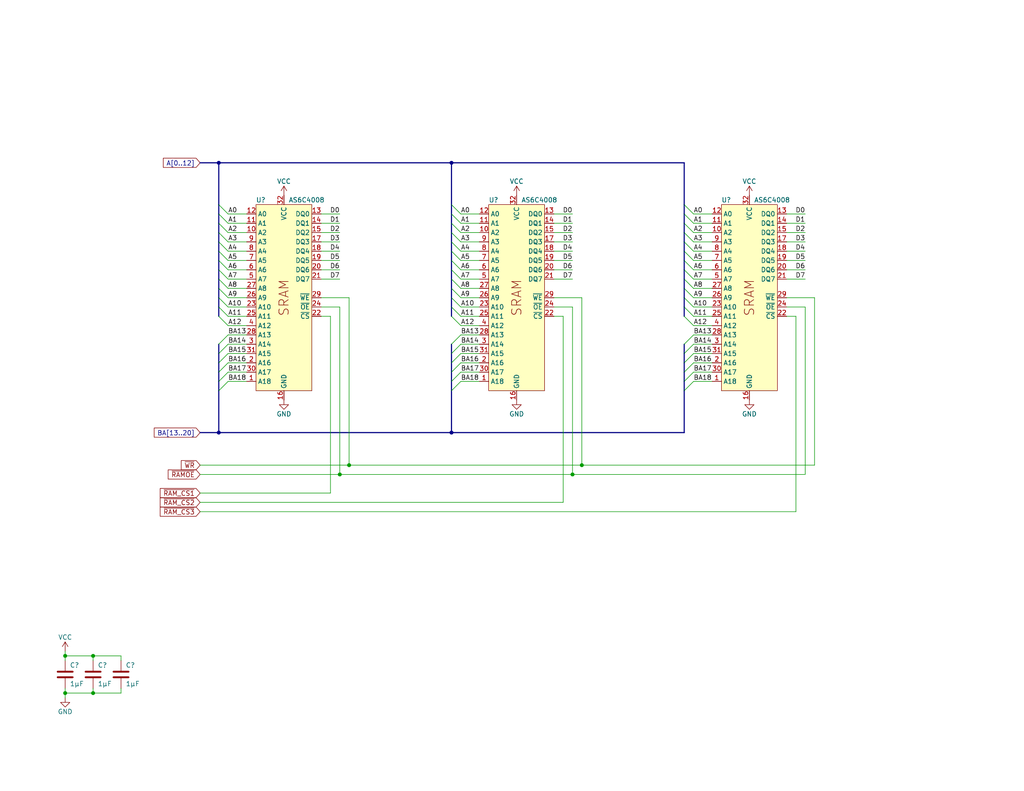
<source format=kicad_sch>
(kicad_sch (version 20230121) (generator eeschema)
  (paper "USLetter")
  (title_block (title "1.5MR RAM Expansion") (date "2024-02-16") (rev "1.3") (company "Frédéric Segard") (comment 1 "MicroHobbyist's Retro Homebrew Computers") (comment 2 "microhobbyist.com"))
  (lib_symbols
    (symbol "0_Library:AS6C4008"
      (property "Reference" "U" (at -7.62 0.635 0))
      (property "Value" "AS6C4008" (at 1.27 0.635 0))
      (symbol "AS6C4008_0_0"
        (text "SRAM" (at 0 -25.4 900) (effects (font (size 2.54 2.54))))
        (pin power_in line (at 0 -53.34 90) (length 2.54) (name "GND") (number "16"))
        (pin power_in line (at 0 2.54 270) (length 2.54) (name "VCC") (number "32"))
      )
      (symbol "AS6C4008_0_1"
        (rectangle (start -7.62 0) (end 7.62 -50.8) (fill (type background)))
      )
      (symbol "AS6C4008_1_1"
        (pin input line (at -10.16 -48.26 0) (length 2.54) (name "A18") (number "1"))
        (pin input line (at -10.16 -7.62 0) (length 2.54) (name "A2") (number "10"))
        (pin input line (at -10.16 -5.08 0) (length 2.54) (name "A1") (number "11"))
        (pin input line (at -10.16 -2.54 0) (length 2.54) (name "A0") (number "12"))
        (pin tri_state line (at 10.16 -2.54 180) (length 2.54) (name "DQ0") (number "13"))
        (pin tri_state line (at 10.16 -5.08 180) (length 2.54) (name "DQ1") (number "14"))
        (pin tri_state line (at 10.16 -7.62 180) (length 2.54) (name "DQ2") (number "15"))
        (pin tri_state line (at 10.16 -10.16 180) (length 2.54) (name "DQ3") (number "17"))
        (pin tri_state line (at 10.16 -12.7 180) (length 2.54) (name "DQ4") (number "18"))
        (pin tri_state line (at 10.16 -15.24 180) (length 2.54) (name "DQ5") (number "19"))
        (pin input line (at -10.16 -43.18 0) (length 2.54) (name "A16") (number "2"))
        (pin tri_state line (at 10.16 -17.78 180) (length 2.54) (name "DQ6") (number "20"))
        (pin tri_state line (at 10.16 -20.32 180) (length 2.54) (name "DQ7") (number "21"))
        (pin input line (at 10.16 -30.48 180) (length 2.54) (name "~{CS}") (number "22"))
        (pin input line (at -10.16 -27.94 0) (length 2.54) (name "A10") (number "23"))
        (pin input line (at 10.16 -27.94 180) (length 2.54) (name "~{OE}") (number "24"))
        (pin input line (at -10.16 -30.48 0) (length 2.54) (name "A11") (number "25"))
        (pin input line (at -10.16 -25.4 0) (length 2.54) (name "A9") (number "26"))
        (pin input line (at -10.16 -22.86 0) (length 2.54) (name "A8") (number "27"))
        (pin input line (at -10.16 -35.56 0) (length 2.54) (name "A13") (number "28"))
        (pin input line (at 10.16 -25.4 180) (length 2.54) (name "~{WE}") (number "29"))
        (pin input line (at -10.16 -38.1 0) (length 2.54) (name "A14") (number "3"))
        (pin input line (at -10.16 -45.72 0) (length 2.54) (name "A17") (number "30"))
        (pin input line (at -10.16 -40.64 0) (length 2.54) (name "A15") (number "31"))
        (pin input line (at -10.16 -33.02 0) (length 2.54) (name "A12") (number "4"))
        (pin input line (at -10.16 -20.32 0) (length 2.54) (name "A7") (number "5"))
        (pin input line (at -10.16 -17.78 0) (length 2.54) (name "A6") (number "6"))
        (pin input line (at -10.16 -15.24 0) (length 2.54) (name "A5") (number "7"))
        (pin input line (at -10.16 -12.7 0) (length 2.54) (name "A4") (number "8"))
        (pin input line (at -10.16 -10.16 0) (length 2.54) (name "A3") (number "9"))
      )
    )
    (symbol "Device:C" (pin_numbers hide) (pin_names (offset 0.254))
      (property "Reference" "C" (at 0.635 2.54 0))
      (property "Value" "C" (at 0.635 -2.54 0))
      (symbol "C_0_1"
        (polyline (pts (xy -2.032 -0.762) (xy 2.032 -0.762)) (stroke (width 0.508)))
        (polyline (pts (xy -2.032 0.762) (xy 2.032 0.762)) (stroke (width 0.508)))
      )
      (symbol "C_1_1"
        (pin passive line (at 0 3.81 270) (length 2.794) (name "~") (number "1"))
        (pin passive line (at 0 -3.81 90) (length 2.794) (name "~") (number "2"))
      )
    )
    (symbol "power:GND" (power) (pin_names (offset 0))
      (property "Value" "GND" (at 0 -3.81 0))
      (symbol "GND_0_1"
        (polyline (pts (xy 0 0) (xy 0 -1.27) (xy 1.27 -1.27) (xy 0 -2.54) (xy -1.27 -1.27) (xy 0 -1.27)))
      )
      (symbol "GND_1_1"
        (pin power_in line (at 0 0 270) (length 0) hide (name "GND") (number "1"))
      )
    )
    (symbol "power:VCC" (power) (pin_names (offset 0))
      (property "Value" "VCC" (at 0 3.81 0))
      (symbol "VCC_0_1"
        (polyline (pts (xy -0.762 1.27) (xy 0 2.54)))
        (polyline (pts (xy 0 0) (xy 0 2.54)))
        (polyline (pts (xy 0 2.54) (xy 0.762 1.27)))
      )
      (symbol "VCC_1_1"
        (pin power_in line (at 0 0 90) (length 0) hide (name "VCC") (number "1"))
      )
    )
  )
  (junction (at 17.78 189.23))
  (junction (at 59.69 118.11))
  (junction (at 25.4 179.07))
  (junction (at 92.71 129.54))
  (junction (at 123.19 44.45))
  (junction (at 123.19 118.11))
  (junction (at 17.78 179.07))
  (junction (at 95.25 127))
  (junction (at 59.69 44.45))
  (junction (at 156.21 129.54))
  (junction (at 158.75 127))
  (junction (at 25.4 189.23))
  (bus_entry (at 59.69 81.28) (size 2.54 2.54))
  (bus_entry (at 123.19 73.66) (size 2.54 2.54))
  (bus_entry (at 125.73 96.52) (size -2.54 2.54))
  (bus_entry (at 123.19 86.36) (size 2.54 2.54))
  (bus_entry (at 189.23 91.44) (size -2.54 2.54))
  (bus_entry (at 186.69 58.42) (size 2.54 2.54))
  (bus_entry (at 123.19 78.74) (size 2.54 2.54))
  (bus_entry (at 59.69 71.12) (size 2.54 2.54))
  (bus_entry (at 189.23 104.14) (size -2.54 2.54))
  (bus_entry (at 59.69 55.88) (size 2.54 2.54))
  (bus_entry (at 186.69 83.82) (size 2.54 2.54))
  (bus_entry (at 62.23 91.44) (size -2.54 2.54))
  (bus_entry (at 189.23 101.6) (size -2.54 2.54))
  (bus_entry (at 59.69 76.2) (size 2.54 2.54))
  (bus_entry (at 125.73 99.06) (size -2.54 2.54))
  (bus_entry (at 59.69 68.58) (size 2.54 2.54))
  (bus_entry (at 186.69 66.04) (size 2.54 2.54))
  (bus_entry (at 125.73 93.98) (size -2.54 2.54))
  (bus_entry (at 59.69 83.82) (size 2.54 2.54))
  (bus_entry (at 186.69 73.66) (size 2.54 2.54))
  (bus_entry (at 186.69 81.28) (size 2.54 2.54))
  (bus_entry (at 186.69 63.5) (size 2.54 2.54))
  (bus_entry (at 123.19 60.96) (size 2.54 2.54))
  (bus_entry (at 123.19 63.5) (size 2.54 2.54))
  (bus_entry (at 123.19 68.58) (size 2.54 2.54))
  (bus_entry (at 123.19 66.04) (size 2.54 2.54))
  (bus_entry (at 123.19 58.42) (size 2.54 2.54))
  (bus_entry (at 189.23 96.52) (size -2.54 2.54))
  (bus_entry (at 186.69 76.2) (size 2.54 2.54))
  (bus_entry (at 186.69 55.88) (size 2.54 2.54))
  (bus_entry (at 123.19 55.88) (size 2.54 2.54))
  (bus_entry (at 62.23 101.6) (size -2.54 2.54))
  (bus_entry (at 186.69 60.96) (size 2.54 2.54))
  (bus_entry (at 186.69 71.12) (size 2.54 2.54))
  (bus_entry (at 62.23 93.98) (size -2.54 2.54))
  (bus_entry (at 186.69 86.36) (size 2.54 2.54))
  (bus_entry (at 189.23 93.98) (size -2.54 2.54))
  (bus_entry (at 59.69 58.42) (size 2.54 2.54))
  (bus_entry (at 125.73 101.6) (size -2.54 2.54))
  (bus_entry (at 186.69 78.74) (size 2.54 2.54))
  (bus_entry (at 62.23 104.14) (size -2.54 2.54))
  (bus_entry (at 62.23 99.06) (size -2.54 2.54))
  (bus_entry (at 123.19 76.2) (size 2.54 2.54))
  (bus_entry (at 59.69 73.66) (size 2.54 2.54))
  (bus_entry (at 59.69 63.5) (size 2.54 2.54))
  (bus_entry (at 189.23 99.06) (size -2.54 2.54))
  (bus_entry (at 59.69 78.74) (size 2.54 2.54))
  (bus_entry (at 123.19 71.12) (size 2.54 2.54))
  (bus_entry (at 59.69 60.96) (size 2.54 2.54))
  (bus_entry (at 125.73 104.14) (size -2.54 2.54))
  (bus_entry (at 123.19 83.82) (size 2.54 2.54))
  (bus_entry (at 186.69 68.58) (size 2.54 2.54))
  (bus_entry (at 62.23 96.52) (size -2.54 2.54))
  (bus_entry (at 125.73 91.44) (size -2.54 2.54))
  (bus_entry (at 59.69 86.36) (size 2.54 2.54))
  (bus_entry (at 123.19 81.28) (size 2.54 2.54))
  (bus_entry (at 59.69 66.04) (size 2.54 2.54))
  (wire (pts (xy 219.71 129.54) (xy 219.71 83.82)))
  (wire (pts (xy 130.81 68.58) (xy 125.73 68.58)))
  (wire (pts (xy 25.4 189.23) (xy 17.78 189.23)))
  (bus (pts (xy 59.69 68.58) (xy 59.69 71.12)))
  (wire (pts (xy 130.81 71.12) (xy 125.73 71.12)))
  (wire (pts (xy 67.31 88.9) (xy 62.23 88.9)))
  (bus (pts (xy 123.19 93.98) (xy 123.19 96.52)))
  (bus (pts (xy 59.69 78.74) (xy 59.69 81.28)))
  (bus (pts (xy 59.69 96.52) (xy 59.69 99.06)))
  (wire (pts (xy 222.25 127) (xy 222.25 81.28)))
  (bus (pts (xy 186.69 106.68) (xy 186.69 118.11)))
  (wire (pts (xy 92.71 71.12) (xy 87.63 71.12)))
  (bus (pts (xy 59.69 63.5) (xy 59.69 66.04)))
  (bus (pts (xy 123.19 73.66) (xy 123.19 76.2)))
  (wire (pts (xy 25.4 187.96) (xy 25.4 189.23)))
  (wire (pts (xy 156.21 129.54) (xy 219.71 129.54)))
  (wire (pts (xy 219.71 73.66) (xy 214.63 73.66)))
  (wire (pts (xy 25.4 179.07) (xy 17.78 179.07)))
  (bus (pts (xy 123.19 104.14) (xy 123.19 106.68)))
  (wire (pts (xy 219.71 66.04) (xy 214.63 66.04)))
  (bus (pts (xy 123.19 106.68) (xy 123.19 118.11)))
  (bus (pts (xy 186.69 58.42) (xy 186.69 55.88)))
  (bus (pts (xy 59.69 106.68) (xy 59.69 118.11)))
  (bus (pts (xy 123.19 83.82) (xy 123.19 86.36)))
  (bus (pts (xy 123.19 66.04) (xy 123.19 68.58)))
  (wire (pts (xy 130.81 91.44) (xy 125.73 91.44)))
  (wire (pts (xy 156.21 129.54) (xy 92.71 129.54)))
  (wire (pts (xy 87.63 86.36) (xy 90.17 86.36)))
  (wire (pts (xy 54.61 129.54) (xy 92.71 129.54)))
  (wire (pts (xy 194.31 68.58) (xy 189.23 68.58)))
  (bus (pts (xy 123.19 58.42) (xy 123.19 60.96)))
  (wire (pts (xy 67.31 58.42) (xy 62.23 58.42)))
  (wire (pts (xy 194.31 78.74) (xy 189.23 78.74)))
  (wire (pts (xy 194.31 76.2) (xy 189.23 76.2)))
  (wire (pts (xy 67.31 66.04) (xy 62.23 66.04)))
  (wire (pts (xy 67.31 68.58) (xy 62.23 68.58)))
  (wire (pts (xy 158.75 127) (xy 222.25 127)))
  (wire (pts (xy 125.73 96.52) (xy 130.81 96.52)))
  (wire (pts (xy 151.13 83.82) (xy 156.21 83.82)))
  (wire (pts (xy 156.21 83.82) (xy 156.21 129.54)))
  (wire (pts (xy 17.78 179.07) (xy 17.78 180.34)))
  (wire (pts (xy 219.71 58.42) (xy 214.63 58.42)))
  (wire (pts (xy 130.81 83.82) (xy 125.73 83.82)))
  (wire (pts (xy 92.71 73.66) (xy 87.63 73.66)))
  (wire (pts (xy 17.78 187.96) (xy 17.78 189.23)))
  (wire (pts (xy 194.31 73.66) (xy 189.23 73.66)))
  (bus (pts (xy 54.61 44.45) (xy 59.69 44.45)))
  (wire (pts (xy 156.21 73.66) (xy 151.13 73.66)))
  (bus (pts (xy 59.69 76.2) (xy 59.69 78.74)))
  (wire (pts (xy 151.13 81.28) (xy 158.75 81.28)))
  (bus (pts (xy 186.69 81.28) (xy 186.69 78.74)))
  (wire (pts (xy 95.25 127) (xy 158.75 127)))
  (wire (pts (xy 153.67 137.16) (xy 153.67 86.36)))
  (wire (pts (xy 194.31 88.9) (xy 189.23 88.9)))
  (bus (pts (xy 59.69 60.96) (xy 59.69 63.5)))
  (bus (pts (xy 59.69 73.66) (xy 59.69 76.2)))
  (wire (pts (xy 130.81 88.9) (xy 125.73 88.9)))
  (wire (pts (xy 67.31 71.12) (xy 62.23 71.12)))
  (wire (pts (xy 87.63 81.28) (xy 95.25 81.28)))
  (wire (pts (xy 92.71 129.54) (xy 92.71 83.82)))
  (bus (pts (xy 123.19 44.45) (xy 186.69 44.45)))
  (wire (pts (xy 125.73 101.6) (xy 130.81 101.6)))
  (wire (pts (xy 194.31 63.5) (xy 189.23 63.5)))
  (wire (pts (xy 130.81 93.98) (xy 125.73 93.98)))
  (wire (pts (xy 219.71 60.96) (xy 214.63 60.96)))
  (bus (pts (xy 59.69 104.14) (xy 59.69 106.68)))
  (wire (pts (xy 54.61 139.7) (xy 217.17 139.7)))
  (wire (pts (xy 62.23 99.06) (xy 67.31 99.06)))
  (bus (pts (xy 123.19 99.06) (xy 123.19 101.6)))
  (bus (pts (xy 123.19 118.11) (xy 186.69 118.11)))
  (bus (pts (xy 123.19 78.74) (xy 123.19 81.28)))
  (wire (pts (xy 194.31 60.96) (xy 189.23 60.96)))
  (wire (pts (xy 219.71 71.12) (xy 214.63 71.12)))
  (wire (pts (xy 67.31 81.28) (xy 62.23 81.28)))
  (wire (pts (xy 17.78 189.23) (xy 17.78 190.5)))
  (bus (pts (xy 59.69 118.11) (xy 123.19 118.11)))
  (wire (pts (xy 92.71 58.42) (xy 87.63 58.42)))
  (wire (pts (xy 156.21 76.2) (xy 151.13 76.2)))
  (wire (pts (xy 214.63 81.28) (xy 222.25 81.28)))
  (wire (pts (xy 194.31 58.42) (xy 189.23 58.42)))
  (wire (pts (xy 189.23 96.52) (xy 194.31 96.52)))
  (bus (pts (xy 123.19 96.52) (xy 123.19 99.06)))
  (wire (pts (xy 130.81 86.36) (xy 125.73 86.36)))
  (wire (pts (xy 67.31 78.74) (xy 62.23 78.74)))
  (wire (pts (xy 67.31 93.98) (xy 62.23 93.98)))
  (wire (pts (xy 189.23 99.06) (xy 194.31 99.06)))
  (wire (pts (xy 194.31 93.98) (xy 189.23 93.98)))
  (wire (pts (xy 194.31 83.82) (xy 189.23 83.82)))
  (bus (pts (xy 186.69 76.2) (xy 186.69 73.66)))
  (bus (pts (xy 59.69 93.98) (xy 59.69 96.52)))
  (bus (pts (xy 123.19 101.6) (xy 123.19 104.14)))
  (bus (pts (xy 186.69 104.14) (xy 186.69 106.68)))
  (bus (pts (xy 123.19 76.2) (xy 123.19 78.74)))
  (bus (pts (xy 123.19 60.96) (xy 123.19 63.5)))
  (bus (pts (xy 123.19 71.12) (xy 123.19 73.66)))
  (wire (pts (xy 156.21 68.58) (xy 151.13 68.58)))
  (bus (pts (xy 123.19 68.58) (xy 123.19 71.12)))
  (bus (pts (xy 186.69 73.66) (xy 186.69 71.12)))
  (wire (pts (xy 67.31 76.2) (xy 62.23 76.2)))
  (wire (pts (xy 92.71 60.96) (xy 87.63 60.96)))
  (wire (pts (xy 62.23 101.6) (xy 67.31 101.6)))
  (bus (pts (xy 123.19 81.28) (xy 123.19 83.82)))
  (wire (pts (xy 67.31 60.96) (xy 62.23 60.96)))
  (bus (pts (xy 59.69 101.6) (xy 59.69 104.14)))
  (wire (pts (xy 189.23 104.14) (xy 194.31 104.14)))
  (wire (pts (xy 217.17 139.7) (xy 217.17 86.36)))
  (wire (pts (xy 92.71 68.58) (xy 87.63 68.58)))
  (wire (pts (xy 130.81 58.42) (xy 125.73 58.42)))
  (wire (pts (xy 125.73 104.14) (xy 130.81 104.14)))
  (bus (pts (xy 123.19 55.88) (xy 123.19 58.42)))
  (wire (pts (xy 90.17 134.62) (xy 90.17 86.36)))
  (bus (pts (xy 186.69 93.98) (xy 186.69 96.52)))
  (bus (pts (xy 186.69 99.06) (xy 186.69 101.6)))
  (bus (pts (xy 54.61 118.11) (xy 59.69 118.11)))
  (wire (pts (xy 67.31 63.5) (xy 62.23 63.5)))
  (wire (pts (xy 130.81 81.28) (xy 125.73 81.28)))
  (bus (pts (xy 186.69 68.58) (xy 186.69 66.04)))
  (wire (pts (xy 92.71 63.5) (xy 87.63 63.5)))
  (wire (pts (xy 92.71 76.2) (xy 87.63 76.2)))
  (bus (pts (xy 59.69 81.28) (xy 59.69 83.82)))
  (wire (pts (xy 130.81 63.5) (xy 125.73 63.5)))
  (wire (pts (xy 214.63 86.36) (xy 217.17 86.36)))
  (bus (pts (xy 186.69 60.96) (xy 186.69 58.42)))
  (wire (pts (xy 87.63 83.82) (xy 92.71 83.82)))
  (bus (pts (xy 186.69 96.52) (xy 186.69 99.06)))
  (bus (pts (xy 59.69 58.42) (xy 59.69 60.96)))
  (bus (pts (xy 59.69 44.45) (xy 59.69 55.88)))
  (bus (pts (xy 186.69 78.74) (xy 186.69 76.2)))
  (wire (pts (xy 219.71 63.5) (xy 214.63 63.5)))
  (wire (pts (xy 67.31 86.36) (xy 62.23 86.36)))
  (wire (pts (xy 67.31 73.66) (xy 62.23 73.66)))
  (bus (pts (xy 59.69 44.45) (xy 123.19 44.45)))
  (bus (pts (xy 59.69 55.88) (xy 59.69 58.42)))
  (wire (pts (xy 219.71 68.58) (xy 214.63 68.58)))
  (wire (pts (xy 194.31 86.36) (xy 189.23 86.36)))
  (wire (pts (xy 17.78 177.8) (xy 17.78 179.07)))
  (wire (pts (xy 33.02 179.07) (xy 25.4 179.07)))
  (wire (pts (xy 130.81 66.04) (xy 125.73 66.04)))
  (wire (pts (xy 156.21 60.96) (xy 151.13 60.96)))
  (wire (pts (xy 54.61 137.16) (xy 153.67 137.16)))
  (wire (pts (xy 67.31 83.82) (xy 62.23 83.82)))
  (wire (pts (xy 67.31 91.44) (xy 62.23 91.44)))
  (wire (pts (xy 130.81 60.96) (xy 125.73 60.96)))
  (bus (pts (xy 59.69 66.04) (xy 59.69 68.58)))
  (bus (pts (xy 186.69 63.5) (xy 186.69 60.96)))
  (wire (pts (xy 194.31 91.44) (xy 189.23 91.44)))
  (wire (pts (xy 25.4 179.07) (xy 25.4 180.34)))
  (wire (pts (xy 33.02 189.23) (xy 25.4 189.23)))
  (bus (pts (xy 186.69 101.6) (xy 186.69 104.14)))
  (wire (pts (xy 189.23 101.6) (xy 194.31 101.6)))
  (bus (pts (xy 186.69 71.12) (xy 186.69 68.58)))
  (bus (pts (xy 186.69 83.82) (xy 186.69 81.28)))
  (bus (pts (xy 123.19 63.5) (xy 123.19 66.04)))
  (wire (pts (xy 151.13 86.36) (xy 153.67 86.36)))
  (wire (pts (xy 130.81 73.66) (xy 125.73 73.66)))
  (bus (pts (xy 59.69 99.06) (xy 59.69 101.6)))
  (wire (pts (xy 194.31 81.28) (xy 189.23 81.28)))
  (wire (pts (xy 95.25 127) (xy 95.25 81.28)))
  (wire (pts (xy 33.02 179.07) (xy 33.02 180.34)))
  (bus (pts (xy 186.69 86.36) (xy 186.69 83.82)))
  (wire (pts (xy 54.61 127) (xy 95.25 127)))
  (bus (pts (xy 59.69 83.82) (xy 59.69 86.36)))
  (wire (pts (xy 156.21 71.12) (xy 151.13 71.12)))
  (wire (pts (xy 194.31 66.04) (xy 189.23 66.04)))
  (wire (pts (xy 62.23 96.52) (xy 67.31 96.52)))
  (wire (pts (xy 62.23 104.14) (xy 67.31 104.14)))
  (bus (pts (xy 59.69 71.12) (xy 59.69 73.66)))
  (bus (pts (xy 123.19 44.45) (xy 123.19 55.88)))
  (wire (pts (xy 194.31 71.12) (xy 189.23 71.12)))
  (bus (pts (xy 186.69 55.88) (xy 186.69 44.45)))
  (wire (pts (xy 125.73 99.06) (xy 130.81 99.06)))
  (wire (pts (xy 156.21 66.04) (xy 151.13 66.04)))
  (wire (pts (xy 158.75 127) (xy 158.75 81.28)))
  (wire (pts (xy 130.81 78.74) (xy 125.73 78.74)))
  (wire (pts (xy 92.71 66.04) (xy 87.63 66.04)))
  (wire (pts (xy 156.21 63.5) (xy 151.13 63.5)))
  (wire (pts (xy 130.81 76.2) (xy 125.73 76.2)))
  (wire (pts (xy 219.71 76.2) (xy 214.63 76.2)))
  (wire (pts (xy 214.63 83.82) (xy 219.71 83.82)))
  (bus (pts (xy 186.69 66.04) (xy 186.69 63.5)))
  (wire (pts (xy 33.02 187.96) (xy 33.02 189.23)))
  (wire (pts (xy 156.21 58.42) (xy 151.13 58.42)))
  (wire (pts (xy 54.61 134.62) (xy 90.17 134.62)))
  (label "A6" (at 125.73 73.66 0))
  (label "D5" (at 92.71 71.12 180))
  (label "A11" (at 62.23 86.36 0))
  (label "A1" (at 62.23 60.96 0))
  (label "BA14" (at 189.23 93.98 0))
  (label "BA14" (at 125.73 93.98 0))
  (label "D4" (at 219.71 68.58 180))
  (label "D0" (at 156.21 58.42 180))
  (label "D5" (at 156.21 71.12 180))
  (label "D1" (at 92.71 60.96 180))
  (label "A8" (at 125.73 78.74 0))
  (label "D6" (at 156.21 73.66 180))
  (label "A10" (at 189.23 83.82 0))
  (label "D3" (at 219.71 66.04 180))
  (label "BA17" (at 62.23 101.6 0))
  (label "A5" (at 125.73 71.12 0))
  (label "A12" (at 189.23 88.9 0))
  (label "D1" (at 219.71 60.96 180))
  (label "BA18" (at 189.23 104.14 0))
  (label "A8" (at 62.23 78.74 0))
  (label "D4" (at 156.21 68.58 180))
  (label "D2" (at 92.71 63.5 180))
  (label "A0" (at 62.23 58.42 0))
  (label "BA18" (at 62.23 104.14 0))
  (label "BA17" (at 189.23 101.6 0))
  (label "BA15" (at 125.73 96.52 0))
  (label "A3" (at 62.23 66.04 0))
  (label "A0" (at 125.73 58.42 0))
  (label "A5" (at 189.23 71.12 0))
  (label "D6" (at 219.71 73.66 180))
  (label "D1" (at 156.21 60.96 180))
  (label "D2" (at 219.71 63.5 180))
  (label "BA13" (at 62.23 91.44 0))
  (label "A1" (at 189.23 60.96 0))
  (label "A2" (at 62.23 63.5 0))
  (label "A7" (at 62.23 76.2 0))
  (label "A2" (at 189.23 63.5 0))
  (label "D0" (at 219.71 58.42 180))
  (label "A1" (at 125.73 60.96 0))
  (label "A9" (at 125.73 81.28 0))
  (label "A12" (at 62.23 88.9 0))
  (label "BA14" (at 62.23 93.98 0))
  (label "D7" (at 156.21 76.2 180))
  (label "A11" (at 189.23 86.36 0))
  (label "BA15" (at 62.23 96.52 0))
  (label "A6" (at 189.23 73.66 0))
  (label "BA17" (at 125.73 101.6 0))
  (label "D6" (at 92.71 73.66 180))
  (label "D2" (at 156.21 63.5 180))
  (label "BA13" (at 125.73 91.44 0))
  (label "A4" (at 62.23 68.58 0))
  (label "BA16" (at 125.73 99.06 0))
  (label "D3" (at 92.71 66.04 180))
  (label "A6" (at 62.23 73.66 0))
  (label "D5" (at 219.71 71.12 180))
  (label "A10" (at 62.23 83.82 0))
  (label "A11" (at 125.73 86.36 0))
  (label "BA16" (at 189.23 99.06 0))
  (label "D7" (at 92.71 76.2 180))
  (label "A2" (at 125.73 63.5 0))
  (label "A4" (at 189.23 68.58 0))
  (label "A9" (at 62.23 81.28 0))
  (label "A0" (at 189.23 58.42 0))
  (label "A4" (at 125.73 68.58 0))
  (label "A10" (at 125.73 83.82 0))
  (label "A5" (at 62.23 71.12 0))
  (label "D3" (at 156.21 66.04 180))
  (label "A9" (at 189.23 81.28 0))
  (label "D7" (at 219.71 76.2 180))
  (label "A8" (at 189.23 78.74 0))
  (label "BA18" (at 125.73 104.14 0))
  (label "A7" (at 125.73 76.2 0))
  (label "A3" (at 189.23 66.04 0))
  (label "D0" (at 92.71 58.42 180))
  (label "D4" (at 92.71 68.58 180))
  (label "A7" (at 189.23 76.2 0))
  (label "A12" (at 125.73 88.9 0))
  (label "BA16" (at 62.23 99.06 0))
  (label "A3" (at 125.73 66.04 0))
  (label "BA13" (at 189.23 91.44 0))
  (label "BA15" (at 189.23 96.52 0))
  (global_label "~{RAM_CS1}" (shape input) (at 54.61 134.62 180) (property "Intersheetrefs" "${INTERSHEET_REFS}" (effects hide)))
  (global_label "BA[13..20]" (shape input) (at 54.61 118.11 180) (property "Intersheetrefs" "${INTERSHEET_REFS}" (effects hide)))
  (global_label "~{RAM_CS3}" (shape input) (at 54.61 139.7 180) (property "Intersheetrefs" "${INTERSHEET_REFS}" (effects hide)))
  (global_label "~{WR}" (shape input) (at 54.61 127 180) (property "Intersheetrefs" "${INTERSHEET_REFS}" (effects hide)))
  (global_label "~{RAM_CS2}" (shape input) (at 54.61 137.16 180) (property "Intersheetrefs" "${INTERSHEET_REFS}" (effects hide)))
  (global_label "A[0..12]" (shape input) (at 54.61 44.45 180) (property "Intersheetrefs" "${INTERSHEET_REFS}" (effects hide)))
  (global_label "~{RAMOE}" (shape input) (at 54.61 129.54 180) (property "Intersheetrefs" "${INTERSHEET_REFS}" (effects hide)))
  (symbol (lib_id "power:VCC") (at 77.47 53.34 0) (unit 1)
    (property "Reference" "#PWR?" (effects hide))
    (property "Value" "VCC" (at 77.47 49.53 0))
    (instances (project "PCB - CPU V1" (path "" (reference "#PWR?") (unit 1)) (path "" (reference "#PWR?") (unit 1)) (path "" (reference "#PWR0102") (unit 1))))
  )
  (symbol (lib_id "Device:C") (at 33.02 184.15 0) (unit 1)
    (property "Reference" "C?" (at 34.29 181.61 0) (effects (justify left)))
    (property "Value" "1µF" (at 34.29 186.69 0) (effects (justify left)))
    (property "Footprint" "Capacitor_THT:C_Disc_D3.0mm_W1.6mm_P2.50mm" (effects hide))
    (instances (project "MMU test" (path "" (reference "C?") (unit 1))) (project "PCB - CPU V1" (path "" (reference "C?") (unit 1)) (path "" (reference "C40") (unit 1))))
  )
  (symbol (lib_id "0_Library:AS6C4008") (at 77.47 55.88 0) (unit 1)
    (property "Reference" "U?" (at 69.85 54.61 0) (effects (justify left)))
    (property "Value" "AS6C4008" (at 78.74 54.61 0) (effects (justify left)))
    (property "Footprint" "Package_DIP:DIP-32_W15.24mm" (effects hide))
    (property "Datasheet" "https://www.alliancememory.com/wp-content/uploads/pdf/AS6C4008.pdf" (effects hide))
    (instances (project "PCB - CPU V1" (path "" (reference "U?") (unit 1)) (path "" (reference "U27") (unit 1))))
  )
  (symbol (lib_id "power:GND") (at 204.47 109.22 0) (unit 1)
    (property "Reference" "#PWR?" (effects hide))
    (property "Value" "GND" (at 204.47 113.03 0))
    (instances (project "PCB - CPU V1" (path "" (reference "#PWR?") (unit 1)) (path "" (reference "#PWR?") (unit 1)) (path "" (reference "#PWR0107") (unit 1))))
  )
  (symbol (lib_id "power:GND") (at 17.78 190.5 0) (unit 1)
    (property "Reference" "#PWR?" (effects hide))
    (property "Value" "GND" (at 17.78 194.31 0))
    (instances (project "MMU test" (path "" (reference "#PWR?") (unit 1))) (project "PCB - CPU V1" (path "" (reference "#PWR?") (unit 1)) (path "" (reference "#PWR0109") (unit 1))))
  )
  (symbol (lib_id "0_Library:AS6C4008") (at 140.97 55.88 0) (unit 1)
    (property "Reference" "U?" (at 133.35 54.61 0) (effects (justify left)))
    (property "Value" "AS6C4008" (at 142.24 54.61 0) (effects (justify left)))
    (property "Footprint" "Package_DIP:DIP-32_W15.24mm" (effects hide))
    (property "Datasheet" "https://www.alliancememory.com/wp-content/uploads/pdf/AS6C4008.pdf" (effects hide))
    (instances (project "PCB - CPU V1" (path "" (reference "U?") (unit 1)) (path "" (reference "U28") (unit 1))))
  )
  (symbol (lib_id "power:GND") (at 77.47 109.22 0) (unit 1)
    (property "Reference" "#PWR?" (effects hide))
    (property "Value" "GND" (at 77.47 113.03 0))
    (instances (project "PCB - CPU V1" (path "" (reference "#PWR?") (unit 1)) (path "" (reference "#PWR?") (unit 1)) (path "" (reference "#PWR0105") (unit 1))))
  )
  (symbol (lib_id "power:VCC") (at 204.47 53.34 0) (unit 1)
    (property "Reference" "#PWR?" (effects hide))
    (property "Value" "VCC" (at 204.47 49.53 0))
    (instances (project "PCB - CPU V1" (path "" (reference "#PWR?") (unit 1)) (path "" (reference "#PWR?") (unit 1)) (path "" (reference "#PWR0104") (unit 1))))
  )
  (symbol (lib_id "Device:C") (at 25.4 184.15 0) (unit 1)
    (property "Reference" "C?" (at 26.67 181.61 0) (effects (justify left)))
    (property "Value" "1µF" (at 26.67 186.69 0) (effects (justify left)))
    (property "Footprint" "Capacitor_THT:C_Disc_D3.0mm_W1.6mm_P2.50mm" (effects hide))
    (instances (project "MMU test" (path "" (reference "C?") (unit 1))) (project "PCB - CPU V1" (path "" (reference "C?") (unit 1)) (path "" (reference "C39") (unit 1))))
  )
  (symbol (lib_id "power:VCC") (at 140.97 53.34 0) (unit 1)
    (property "Reference" "#PWR?" (effects hide))
    (property "Value" "VCC" (at 140.97 49.53 0))
    (instances (project "PCB - CPU V1" (path "" (reference "#PWR?") (unit 1)) (path "" (reference "#PWR?") (unit 1)) (path "" (reference "#PWR0103") (unit 1))))
  )
  (symbol (lib_id "0_Library:AS6C4008") (at 204.47 55.88 0) (unit 1)
    (property "Reference" "U?" (at 196.85 54.61 0) (effects (justify left)))
    (property "Value" "AS6C4008" (at 205.74 54.61 0) (effects (justify left)))
    (property "Footprint" "Package_DIP:DIP-32_W15.24mm" (effects hide))
    (property "Datasheet" "https://www.alliancememory.com/wp-content/uploads/pdf/AS6C4008.pdf" (effects hide))
    (instances (project "PCB - CPU V1" (path "" (reference "U?") (unit 1)) (path "" (reference "U29") (unit 1))))
  )
  (symbol (lib_id "power:VCC") (at 17.78 177.8 0) (unit 1)
    (property "Reference" "#PWR?" (effects hide))
    (property "Value" "VCC" (at 17.78 173.99 0))
    (instances (project "PCB - CPU V1" (path "" (reference "#PWR?") (unit 1)) (path "" (reference "#PWR?") (unit 1)) (path "" (reference "#PWR0108") (unit 1))))
  )
  (symbol (lib_id "Device:C") (at 17.78 184.15 0) (unit 1)
    (property "Reference" "C?" (at 19.05 181.61 0) (effects (justify left)))
    (property "Value" "1µF" (at 19.05 186.69 0) (effects (justify left)))
    (property "Footprint" "Capacitor_THT:C_Disc_D3.0mm_W1.6mm_P2.50mm" (effects hide))
    (instances (project "MMU test" (path "" (reference "C?") (unit 1))) (project "PCB - CPU V1" (path "" (reference "C?") (unit 1)) (path "" (reference "C38") (unit 1))))
  )
  (symbol (lib_id "power:GND") (at 140.97 109.22 0) (unit 1)
    (property "Reference" "#PWR?" (effects hide))
    (property "Value" "GND" (at 140.97 113.03 0))
    (instances (project "PCB - CPU V1" (path "" (reference "#PWR?") (unit 1)) (path "" (reference "#PWR?") (unit 1)) (path "" (reference "#PWR0106") (unit 1))))
  )
)
</source>
